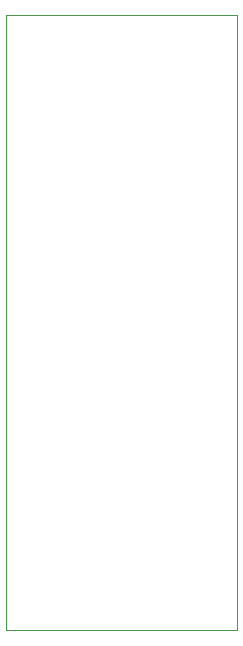
<source format=gm1>
G04 #@! TF.GenerationSoftware,KiCad,Pcbnew,(5.1.0)-1*
G04 #@! TF.CreationDate,2021-03-09T16:36:58+01:00*
G04 #@! TF.ProjectId,Atari TTP and OS,41746172-6920-4545-9450-20616e64204f,rev?*
G04 #@! TF.SameCoordinates,Original*
G04 #@! TF.FileFunction,Profile,NP*
%FSLAX46Y46*%
G04 Gerber Fmt 4.6, Leading zero omitted, Abs format (unit mm)*
G04 Created by KiCad (PCBNEW (5.1.0)-1) date 2021-03-09 16:36:58*
%MOMM*%
%LPD*%
G04 APERTURE LIST*
%ADD10C,0.050000*%
G04 APERTURE END LIST*
D10*
X122428000Y-104902000D02*
X122428000Y-52832000D01*
X141986000Y-104902000D02*
X122428000Y-104902000D01*
X141986000Y-52832000D02*
X141986000Y-104902000D01*
X122428000Y-52832000D02*
X141986000Y-52832000D01*
M02*

</source>
